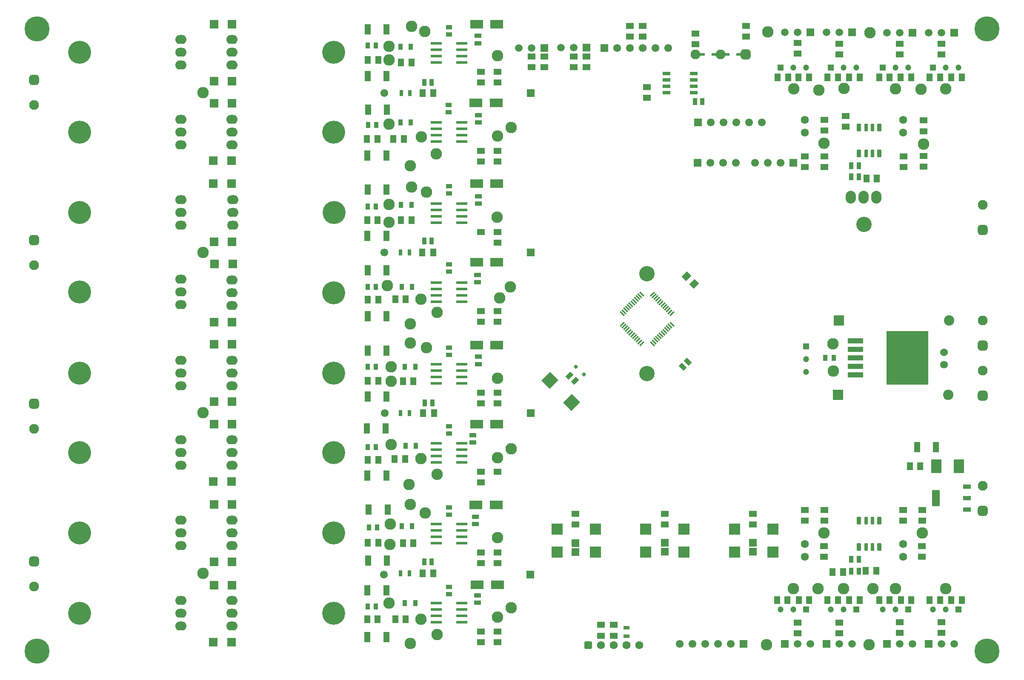
<source format=gbr>
%TF.GenerationSoftware,Altium Limited,Altium Designer,21.6.4 (81)*%
G04 Layer_Color=255*
%FSLAX43Y43*%
%MOMM*%
%TF.SameCoordinates,95A2699C-722C-4572-8EE5-7BEA9F810E30*%
%TF.FilePolarity,Positive*%
%TF.FileFunction,Pads,Bot*%
%TF.Part,Single*%
G01*
G75*
%TA.AperFunction,SMDPad,CuDef*%
%ADD10R,1.508X1.157*%
%TA.AperFunction,ComponentPad*%
%ADD23R,1.550X1.550*%
%ADD24C,1.550*%
%ADD25C,2.286*%
%ADD26O,2.286X1.778*%
%ADD27C,4.572*%
%ADD28C,3.048*%
%ADD30C,1.600*%
G04:AMPARAMS|DCode=31|XSize=1.6mm|YSize=1.6mm|CornerRadius=0.4mm|HoleSize=0mm|Usage=FLASHONLY|Rotation=0.000|XOffset=0mm|YOffset=0mm|HoleType=Round|Shape=RoundedRectangle|*
%AMROUNDEDRECTD31*
21,1,1.600,0.800,0,0,0.0*
21,1,0.800,1.600,0,0,0.0*
1,1,0.800,0.400,-0.400*
1,1,0.800,-0.400,-0.400*
1,1,0.800,-0.400,0.400*
1,1,0.800,0.400,0.400*
%
%ADD31ROUNDEDRECTD31*%
%ADD32R,2.286X2.286*%
%ADD33R,1.200X1.200*%
%ADD34C,1.200*%
G04:AMPARAMS|DCode=35|XSize=1.95mm|YSize=1.95mm|CornerRadius=0.488mm|HoleSize=0mm|Usage=FLASHONLY|Rotation=90.000|XOffset=0mm|YOffset=0mm|HoleType=Round|Shape=RoundedRectangle|*
%AMROUNDEDRECTD35*
21,1,1.950,0.975,0,0,90.0*
21,1,0.975,1.950,0,0,90.0*
1,1,0.975,0.488,0.488*
1,1,0.975,0.488,-0.488*
1,1,0.975,-0.488,-0.488*
1,1,0.975,-0.488,0.488*
%
%ADD35ROUNDEDRECTD35*%
%ADD36C,1.950*%
%ADD37R,2.057X2.057*%
%ADD38C,2.057*%
%ADD39C,1.500*%
%ADD40R,1.500X1.500*%
%ADD41C,1.524*%
G04:AMPARAMS|DCode=42|XSize=1.95mm|YSize=1.95mm|CornerRadius=0.488mm|HoleSize=0mm|Usage=FLASHONLY|Rotation=180.000|XOffset=0mm|YOffset=0mm|HoleType=Round|Shape=RoundedRectangle|*
%AMROUNDEDRECTD42*
21,1,1.950,0.975,0,0,180.0*
21,1,0.975,1.950,0,0,180.0*
1,1,0.975,-0.488,0.488*
1,1,0.975,0.488,0.488*
1,1,0.975,0.488,-0.488*
1,1,0.975,-0.488,-0.488*
%
%ADD42ROUNDEDRECTD42*%
%ADD43R,1.200X1.200*%
%TA.AperFunction,ViaPad*%
%ADD44C,5.000*%
%TA.AperFunction,SMDPad,CuDef*%
%ADD48R,1.525X0.650*%
%ADD49R,1.350X0.950*%
%ADD50R,2.270X0.558*%
%ADD51R,0.950X1.350*%
%ADD52P,0.849X4X360.0*%
%ADD53R,1.157X1.508*%
%ADD54R,1.508X1.207*%
G04:AMPARAMS|DCode=55|XSize=0.8mm|YSize=1.6mm|CornerRadius=0.2mm|HoleSize=0mm|Usage=FLASHONLY|Rotation=180.000|XOffset=0mm|YOffset=0mm|HoleType=Round|Shape=RoundedRectangle|*
%AMROUNDEDRECTD55*
21,1,0.800,1.200,0,0,180.0*
21,1,0.400,1.600,0,0,180.0*
1,1,0.400,-0.200,0.600*
1,1,0.400,0.200,0.600*
1,1,0.400,0.200,-0.600*
1,1,0.400,-0.200,-0.600*
%
%ADD55ROUNDEDRECTD55*%
G04:AMPARAMS|DCode=56|XSize=0.6mm|YSize=1.6mm|CornerRadius=0.15mm|HoleSize=0mm|Usage=FLASHONLY|Rotation=180.000|XOffset=0mm|YOffset=0mm|HoleType=Round|Shape=RoundedRectangle|*
%AMROUNDEDRECTD56*
21,1,0.600,1.300,0,0,180.0*
21,1,0.300,1.600,0,0,180.0*
1,1,0.300,-0.150,0.650*
1,1,0.300,0.150,0.650*
1,1,0.300,0.150,-0.650*
1,1,0.300,-0.150,-0.650*
%
%ADD56ROUNDEDRECTD56*%
%ADD57R,1.700X1.680*%
%ADD58R,1.250X2.000*%
%ADD59R,2.500X1.700*%
%ADD60R,1.262X0.958*%
%ADD61R,1.207X1.508*%
%ADD62R,0.900X1.200*%
%ADD63R,0.757X1.308*%
%ADD64R,0.808X1.262*%
%ADD65R,1.000X0.500*%
G04:AMPARAMS|DCode=66|XSize=1.207mm|YSize=1.508mm|CornerRadius=0mm|HoleSize=0mm|Usage=FLASHONLY|Rotation=315.000|XOffset=0mm|YOffset=0mm|HoleType=Round|Shape=Rectangle|*
%AMROTATEDRECTD66*
4,1,4,-0.960,-0.107,0.107,0.960,0.960,0.107,-0.107,-0.960,-0.960,-0.107,0.0*
%
%ADD66ROTATEDRECTD66*%

G04:AMPARAMS|DCode=67|XSize=1.194mm|YSize=0.305mm|CornerRadius=0mm|HoleSize=0mm|Usage=FLASHONLY|Rotation=225.000|XOffset=0mm|YOffset=0mm|HoleType=Round|Shape=Rectangle|*
%AMROTATEDRECTD67*
4,1,4,0.314,0.530,0.530,0.314,-0.314,-0.530,-0.530,-0.314,0.314,0.530,0.0*
%
%ADD67ROTATEDRECTD67*%

G04:AMPARAMS|DCode=68|XSize=1.194mm|YSize=0.305mm|CornerRadius=0mm|HoleSize=0mm|Usage=FLASHONLY|Rotation=315.000|XOffset=0mm|YOffset=0mm|HoleType=Round|Shape=Rectangle|*
%AMROTATEDRECTD68*
4,1,4,-0.530,0.314,-0.314,0.530,0.530,-0.314,0.314,-0.530,-0.530,0.314,0.0*
%
%ADD68ROTATEDRECTD68*%

G04:AMPARAMS|DCode=69|XSize=2.45mm|YSize=2.35mm|CornerRadius=0mm|HoleSize=0mm|Usage=FLASHONLY|Rotation=225.000|XOffset=0mm|YOffset=0mm|HoleType=Round|Shape=Rectangle|*
%AMROTATEDRECTD69*
4,1,4,0.035,1.697,1.697,0.035,-0.035,-1.697,-1.697,-0.035,0.035,1.697,0.0*
%
%ADD69ROTATEDRECTD69*%

G04:AMPARAMS|DCode=70|XSize=0.95mm|YSize=1.35mm|CornerRadius=0mm|HoleSize=0mm|Usage=FLASHONLY|Rotation=315.000|XOffset=0mm|YOffset=0mm|HoleType=Round|Shape=Rectangle|*
%AMROTATEDRECTD70*
4,1,4,-0.813,-0.141,0.141,0.813,0.813,0.141,-0.141,-0.813,-0.813,-0.141,0.0*
%
%ADD70ROTATEDRECTD70*%

G04:AMPARAMS|DCode=71|XSize=0.95mm|YSize=1.35mm|CornerRadius=0mm|HoleSize=0mm|Usage=FLASHONLY|Rotation=45.000|XOffset=0mm|YOffset=0mm|HoleType=Round|Shape=Rectangle|*
%AMROTATEDRECTD71*
4,1,4,0.141,-0.813,-0.813,0.141,-0.141,0.813,0.813,-0.141,0.141,-0.813,0.0*
%
%ADD71ROTATEDRECTD71*%

%ADD72R,1.556X1.505*%
%ADD73R,1.308X0.757*%
G04:AMPARAMS|DCode=74|XSize=3.15mm|YSize=1.45mm|CornerRadius=0.051mm|HoleSize=0mm|Usage=FLASHONLY|Rotation=90.000|XOffset=0mm|YOffset=0mm|HoleType=Round|Shape=RoundedRectangle|*
%AMROUNDEDRECTD74*
21,1,3.150,1.349,0,0,90.0*
21,1,3.049,1.450,0,0,90.0*
1,1,0.102,0.674,1.524*
1,1,0.102,0.674,-1.524*
1,1,0.102,-0.674,-1.524*
1,1,0.102,-0.674,1.524*
%
%ADD74ROUNDEDRECTD74*%
G04:AMPARAMS|DCode=75|XSize=0.9mm|YSize=1.45mm|CornerRadius=0.05mm|HoleSize=0mm|Usage=FLASHONLY|Rotation=90.000|XOffset=0mm|YOffset=0mm|HoleType=Round|Shape=RoundedRectangle|*
%AMROUNDEDRECTD75*
21,1,0.900,1.351,0,0,90.0*
21,1,0.801,1.450,0,0,90.0*
1,1,0.099,0.676,0.401*
1,1,0.099,0.676,-0.401*
1,1,0.099,-0.676,-0.401*
1,1,0.099,-0.676,0.401*
%
%ADD75ROUNDEDRECTD75*%
%ADD76R,2.000X2.800*%
%ADD77R,0.807X1.308*%
%ADD78R,3.050X1.016*%
%ADD79R,8.380X10.660*%
%TA.AperFunction,ComponentPad*%
%ADD83O,2.032X2.540*%
D10*
X-18161Y109120D02*
D03*
Y111272D02*
D03*
X-79756Y10748D02*
D03*
Y8596D02*
D03*
X-82296Y10748D02*
D03*
Y8596D02*
D03*
D23*
X-96266Y116723D02*
D03*
Y84923D02*
D03*
X-96393Y20788D02*
D03*
X-53975Y6945D02*
D03*
X-62992Y110877D02*
D03*
X-63119Y102830D02*
D03*
X-44069D02*
D03*
X-81661Y125690D02*
D03*
X-96239Y52919D02*
D03*
D24*
X-125376Y116723D02*
D03*
Y84923D02*
D03*
X-125503Y20788D02*
D03*
X-66675Y6945D02*
D03*
X-64135D02*
D03*
X-61595D02*
D03*
X-59055D02*
D03*
X-56515D02*
D03*
X-60452Y110877D02*
D03*
X-57912D02*
D03*
X-55372D02*
D03*
X-52832D02*
D03*
X-50292Y110877D02*
D03*
X-55499Y102830D02*
D03*
X-58039D02*
D03*
X-60579D02*
D03*
X-51689D02*
D03*
X-49149D02*
D03*
X-46609D02*
D03*
X-79121Y125690D02*
D03*
X-76581D02*
D03*
X-74041D02*
D03*
X-71501D02*
D03*
X-68961D02*
D03*
X-125349Y52919D02*
D03*
D25*
X-124460Y15073D02*
D03*
X-118000Y108000D02*
D03*
X-118110Y43902D02*
D03*
X-102923Y91956D02*
D03*
X-114935Y8850D02*
D03*
X-100203Y109815D02*
D03*
X-102870Y108164D02*
D03*
X-43942Y117562D02*
D03*
X-38989Y117308D02*
D03*
X-33953Y117606D02*
D03*
X-23749Y117562D02*
D03*
X-18669Y117435D02*
D03*
X-13716Y117562D02*
D03*
X-49403Y6818D02*
D03*
X-28956D02*
D03*
X-37973Y29043D02*
D03*
X-34036Y17994D02*
D03*
X-39116D02*
D03*
X-44069D02*
D03*
X-28194D02*
D03*
X-23749D02*
D03*
X-13716D02*
D03*
X-18415Y29043D02*
D03*
X-36068Y61301D02*
D03*
X-36195Y66762D02*
D03*
X-18161Y106513D02*
D03*
X-37910Y106675D02*
D03*
X-49149Y128865D02*
D03*
X-28829Y128738D02*
D03*
X-124460Y123277D02*
D03*
X-120000Y130000D02*
D03*
X-117348Y128992D02*
D03*
X-102870Y124166D02*
D03*
X-124500Y110500D02*
D03*
X-115062Y104608D02*
D03*
X-120269Y102195D02*
D03*
X-120000Y98000D02*
D03*
X-117000Y97000D02*
D03*
X-124460Y94500D02*
D03*
X-124500Y91000D02*
D03*
X-102489Y75906D02*
D03*
X-100330Y78065D02*
D03*
X-124841Y78319D02*
D03*
X-118110Y75652D02*
D03*
X-114935Y72985D02*
D03*
X-120269Y70699D02*
D03*
Y66889D02*
D03*
X-116997Y65965D02*
D03*
X-124079Y62190D02*
D03*
Y59269D02*
D03*
Y46696D02*
D03*
X-114935Y40727D02*
D03*
X-120523Y38695D02*
D03*
X-120269Y34758D02*
D03*
X-117300Y33025D02*
D03*
X-124206Y30821D02*
D03*
X-124333Y26757D02*
D03*
X-100203Y45807D02*
D03*
X-102870Y44029D02*
D03*
Y28154D02*
D03*
Y12279D02*
D03*
X-100203Y14184D02*
D03*
X-120269Y7072D02*
D03*
X-118110Y11898D02*
D03*
X-124460Y126000D02*
D03*
X-161500Y21000D02*
D03*
Y84923D02*
D03*
X-102870Y59904D02*
D03*
X-161500Y53000D02*
D03*
Y116800D02*
D03*
D26*
X-155702Y42505D02*
D03*
Y45045D02*
D03*
Y47585D02*
D03*
Y31583D02*
D03*
Y29043D02*
D03*
Y26503D02*
D03*
Y15581D02*
D03*
Y13041D02*
D03*
Y10501D02*
D03*
Y63460D02*
D03*
Y60920D02*
D03*
Y58380D02*
D03*
Y79462D02*
D03*
Y76922D02*
D03*
Y74382D02*
D03*
X-155575Y95464D02*
D03*
Y92924D02*
D03*
Y90384D02*
D03*
X-155702Y111466D02*
D03*
Y108926D02*
D03*
Y106386D02*
D03*
X-165862Y10501D02*
D03*
Y13041D02*
D03*
Y15581D02*
D03*
Y26503D02*
D03*
Y29043D02*
D03*
Y31583D02*
D03*
Y42505D02*
D03*
Y45045D02*
D03*
Y47585D02*
D03*
Y58380D02*
D03*
Y60920D02*
D03*
Y63460D02*
D03*
Y74509D02*
D03*
Y77049D02*
D03*
Y79589D02*
D03*
Y90384D02*
D03*
Y92924D02*
D03*
Y95464D02*
D03*
Y106386D02*
D03*
Y108926D02*
D03*
Y111466D02*
D03*
X-155702Y127341D02*
D03*
Y124801D02*
D03*
Y122261D02*
D03*
X-165862D02*
D03*
Y124801D02*
D03*
Y127341D02*
D03*
D27*
X-135509Y45045D02*
D03*
Y29043D02*
D03*
Y13041D02*
D03*
Y60920D02*
D03*
Y76922D02*
D03*
X-135382Y92924D02*
D03*
X-135509Y108926D02*
D03*
X-186055Y13041D02*
D03*
Y29043D02*
D03*
Y45045D02*
D03*
Y60920D02*
D03*
Y77049D02*
D03*
Y92924D02*
D03*
Y108926D02*
D03*
X-135509Y124801D02*
D03*
X-186055D02*
D03*
D28*
X-29972Y90511D02*
D03*
X-73152Y80732D02*
D03*
Y60793D02*
D03*
D30*
X-79756Y6691D02*
D03*
X-82296D02*
D03*
X-77216D02*
D03*
X-74676D02*
D03*
X-22225Y24344D02*
D03*
Y26884D02*
D03*
X-41783Y24344D02*
D03*
Y26884D02*
D03*
Y111334D02*
D03*
Y108794D02*
D03*
X-22225Y108799D02*
D03*
Y111339D02*
D03*
D31*
X-84836Y6691D02*
D03*
D32*
X-91059Y25233D02*
D03*
Y29805D02*
D03*
X-83439D02*
D03*
Y25233D02*
D03*
X-55753D02*
D03*
Y29805D02*
D03*
X-48133D02*
D03*
Y25233D02*
D03*
X-73406D02*
D03*
Y29805D02*
D03*
X-65786D02*
D03*
Y25233D02*
D03*
D33*
X-16256Y121753D02*
D03*
X-26289Y121748D02*
D03*
X-36576Y121753D02*
D03*
X-46609D02*
D03*
X-21209Y13803D02*
D03*
X-11176D02*
D03*
X-31496D02*
D03*
X-41529D02*
D03*
D34*
X-13716Y121753D02*
D03*
X-11176D02*
D03*
X-23749Y121748D02*
D03*
X-21209D02*
D03*
X-34036Y121753D02*
D03*
X-31496D02*
D03*
X-44069D02*
D03*
X-41529D02*
D03*
X-26289Y13803D02*
D03*
X-23749D02*
D03*
X-16256D02*
D03*
X-13716D02*
D03*
X-36576D02*
D03*
X-34036D02*
D03*
X-46609D02*
D03*
X-44069D02*
D03*
X-41534Y63714D02*
D03*
Y61174D02*
D03*
D35*
X-6350Y66432D02*
D03*
Y56428D02*
D03*
Y33441D02*
D03*
Y89448D02*
D03*
X-195064Y119300D02*
D03*
X-195072Y87383D02*
D03*
X-195064Y54784D02*
D03*
Y23415D02*
D03*
D36*
X-6350Y71432D02*
D03*
Y61428D02*
D03*
Y38441D02*
D03*
Y94448D02*
D03*
X-63500Y124420D02*
D03*
X-58500D02*
D03*
X-195064Y114300D02*
D03*
X-195072Y82383D02*
D03*
X-195064Y49784D02*
D03*
Y18415D02*
D03*
D37*
X-34975Y71432D02*
D03*
X-35103Y56602D02*
D03*
D38*
X-13080Y71432D02*
D03*
X-13208Y56602D02*
D03*
D39*
X-12065Y6945D02*
D03*
X-14605D02*
D03*
X-20320D02*
D03*
X-22860D02*
D03*
X-40640D02*
D03*
X-43180D02*
D03*
X-32385D02*
D03*
X-34925D02*
D03*
X-14605Y128738D02*
D03*
X-17145D02*
D03*
X-22860D02*
D03*
X-25400D02*
D03*
X-34925Y128784D02*
D03*
X-37465D02*
D03*
X-43180D02*
D03*
X-45720D02*
D03*
X-90297Y125736D02*
D03*
X-87757D02*
D03*
X-98679Y125690D02*
D03*
X-96139D02*
D03*
D40*
X-17145Y6945D02*
D03*
X-25400D02*
D03*
X-45720D02*
D03*
X-37465D02*
D03*
X-12065Y128738D02*
D03*
X-20320D02*
D03*
X-32385Y128784D02*
D03*
X-40640D02*
D03*
X-85217Y125736D02*
D03*
X-93599Y125690D02*
D03*
D41*
X-14097Y65071D02*
D03*
Y62571D02*
D03*
D42*
X-53500Y124420D02*
D03*
D43*
X-41534Y66254D02*
D03*
D44*
X-5500Y129500D02*
D03*
X-194500D02*
D03*
X-5500Y5500D02*
D03*
X-194500D02*
D03*
D48*
X-63836Y116800D02*
D03*
Y118070D02*
D03*
Y119340D02*
D03*
Y120610D02*
D03*
X-69260D02*
D03*
Y119340D02*
D03*
Y118070D02*
D03*
Y116800D02*
D03*
D49*
X-107267Y32324D02*
D03*
Y30824D02*
D03*
X-106682Y62672D02*
D03*
Y64172D02*
D03*
X-106888Y78988D02*
D03*
Y80488D02*
D03*
X-106644Y94646D02*
D03*
Y96146D02*
D03*
X-106694Y110837D02*
D03*
Y112337D02*
D03*
X-106753Y126589D02*
D03*
Y128089D02*
D03*
X-106829Y15164D02*
D03*
Y16664D02*
D03*
X-107793Y47081D02*
D03*
Y48581D02*
D03*
D50*
X-110008Y78954D02*
D03*
Y77684D02*
D03*
Y76414D02*
D03*
Y75144D02*
D03*
X-115036D02*
D03*
Y76414D02*
D03*
Y77684D02*
D03*
Y78954D02*
D03*
Y30821D02*
D03*
Y29551D02*
D03*
Y28281D02*
D03*
Y27011D02*
D03*
X-110008D02*
D03*
Y28281D02*
D03*
Y29551D02*
D03*
Y30821D02*
D03*
X-115036Y15073D02*
D03*
Y13803D02*
D03*
Y12533D02*
D03*
Y11263D02*
D03*
X-110008D02*
D03*
Y12533D02*
D03*
Y13803D02*
D03*
Y15073D02*
D03*
X-115036Y126579D02*
D03*
Y125309D02*
D03*
Y124039D02*
D03*
Y122769D02*
D03*
X-110008D02*
D03*
Y124039D02*
D03*
Y125309D02*
D03*
Y126579D02*
D03*
X-115036Y110831D02*
D03*
Y109561D02*
D03*
Y108291D02*
D03*
Y107021D02*
D03*
X-110008D02*
D03*
Y108291D02*
D03*
Y109561D02*
D03*
Y110831D02*
D03*
X-115036Y94702D02*
D03*
Y93432D02*
D03*
Y92162D02*
D03*
Y90892D02*
D03*
X-110008D02*
D03*
Y92162D02*
D03*
Y93432D02*
D03*
Y94702D02*
D03*
X-115036Y62698D02*
D03*
Y61428D02*
D03*
Y60158D02*
D03*
Y58888D02*
D03*
X-110008D02*
D03*
Y60158D02*
D03*
Y61428D02*
D03*
Y62698D02*
D03*
X-115036Y46950D02*
D03*
Y45680D02*
D03*
Y44410D02*
D03*
Y43140D02*
D03*
X-110008D02*
D03*
Y44410D02*
D03*
Y45680D02*
D03*
Y46950D02*
D03*
D51*
X-117463Y118832D02*
D03*
X-115963D02*
D03*
X-117463Y23328D02*
D03*
X-115963D02*
D03*
X-31000Y102195D02*
D03*
X-32500D02*
D03*
X-31000Y100036D02*
D03*
X-32500D02*
D03*
X-31000Y23836D02*
D03*
X-32500D02*
D03*
X-31000Y21423D02*
D03*
X-32500D02*
D03*
X-63615Y115022D02*
D03*
X-62115D02*
D03*
X-117336Y54951D02*
D03*
X-115836D02*
D03*
X-117463Y87209D02*
D03*
X-115963D02*
D03*
D52*
X-87265Y62206D02*
D03*
X-85709Y60650D02*
D03*
D53*
X-117789Y116673D02*
D03*
X-115637D02*
D03*
Y21042D02*
D03*
X-117789D02*
D03*
X-115697Y84923D02*
D03*
X-117849D02*
D03*
X-115510Y52919D02*
D03*
X-117662D02*
D03*
D54*
X-73152Y115749D02*
D03*
Y117851D02*
D03*
X-106172Y120899D02*
D03*
Y118797D02*
D03*
X-102870Y120899D02*
D03*
Y118797D02*
D03*
X-106172Y41270D02*
D03*
Y39168D02*
D03*
X-102870Y41270D02*
D03*
X-106172Y25141D02*
D03*
Y23039D02*
D03*
X-102870Y25141D02*
D03*
Y23039D02*
D03*
X-106172Y9393D02*
D03*
Y7291D02*
D03*
X-102870Y9393D02*
D03*
Y7291D02*
D03*
X-74041Y130043D02*
D03*
Y127941D02*
D03*
X-63500Y128519D02*
D03*
Y126417D02*
D03*
X-53467Y127941D02*
D03*
Y130043D02*
D03*
X-69596Y32888D02*
D03*
Y30786D02*
D03*
X-37973Y26411D02*
D03*
Y24309D02*
D03*
X-41783Y33650D02*
D03*
Y31548D02*
D03*
X-37846Y33650D02*
D03*
Y31548D02*
D03*
X-22225Y33650D02*
D03*
Y31548D02*
D03*
X-41783Y101998D02*
D03*
Y104100D02*
D03*
X-33655Y110034D02*
D03*
Y112136D02*
D03*
X-22098Y101998D02*
D03*
Y104100D02*
D03*
X-18161Y102033D02*
D03*
Y104135D02*
D03*
X-96139Y121880D02*
D03*
Y123982D02*
D03*
X-93599Y121880D02*
D03*
Y123982D02*
D03*
X-87757Y121880D02*
D03*
Y123982D02*
D03*
X-85217Y121880D02*
D03*
Y123982D02*
D03*
X-76581Y127941D02*
D03*
Y130043D02*
D03*
X-87376Y30751D02*
D03*
Y32853D02*
D03*
X-52070Y30786D02*
D03*
Y32888D02*
D03*
X-37846Y104078D02*
D03*
Y101976D02*
D03*
Y111374D02*
D03*
Y109272D02*
D03*
X-18432Y24327D02*
D03*
Y26428D02*
D03*
X-18415Y31548D02*
D03*
Y33650D02*
D03*
X-14605Y124385D02*
D03*
Y126487D02*
D03*
X-22860Y124385D02*
D03*
Y126487D02*
D03*
X-43180Y124547D02*
D03*
Y126649D02*
D03*
X-34925Y124385D02*
D03*
Y126487D02*
D03*
X-14605Y9196D02*
D03*
Y11298D02*
D03*
X-22860Y9161D02*
D03*
Y11263D02*
D03*
X-43180Y9069D02*
D03*
Y11171D02*
D03*
X-34925Y9069D02*
D03*
Y11171D02*
D03*
X-102870Y103049D02*
D03*
Y105151D02*
D03*
X-106172Y103049D02*
D03*
Y105151D02*
D03*
X-102870Y86920D02*
D03*
Y89022D02*
D03*
X-106172D02*
D03*
X-102870Y71172D02*
D03*
Y73274D02*
D03*
X-106172Y71172D02*
D03*
Y73274D02*
D03*
X-102870Y54916D02*
D03*
Y57018D02*
D03*
X-106172Y54916D02*
D03*
Y57018D02*
D03*
D55*
X-30981Y109875D02*
D03*
X-26931D02*
D03*
X-30981Y104675D02*
D03*
X-26931D02*
D03*
Y26316D02*
D03*
X-30981D02*
D03*
X-26931Y31516D02*
D03*
X-30981D02*
D03*
D56*
X-29591Y109875D02*
D03*
X-28321D02*
D03*
X-29591Y104675D02*
D03*
X-28321D02*
D03*
Y26316D02*
D03*
X-29591D02*
D03*
X-28321Y31516D02*
D03*
X-29591D02*
D03*
D57*
X-155829Y7326D02*
D03*
X-159409D02*
D03*
X-155702Y18629D02*
D03*
X-159282D02*
D03*
X-155702Y23328D02*
D03*
X-159282D02*
D03*
X-155829Y39330D02*
D03*
X-159409D02*
D03*
X-155702Y50760D02*
D03*
X-159282D02*
D03*
X-155702Y55205D02*
D03*
X-159282D02*
D03*
X-155702Y66635D02*
D03*
X-159282D02*
D03*
X-155690Y71080D02*
D03*
X-159270D02*
D03*
X-155563Y82637D02*
D03*
X-159143D02*
D03*
X-155690Y87082D02*
D03*
X-159270D02*
D03*
X-155817Y98639D02*
D03*
X-159397D02*
D03*
X-155829Y103211D02*
D03*
X-159409D02*
D03*
X-155690Y114641D02*
D03*
X-159270D02*
D03*
X-155690Y119086D02*
D03*
X-159270D02*
D03*
X-155690Y130389D02*
D03*
X-159270D02*
D03*
X-155690Y34758D02*
D03*
X-159270D02*
D03*
D58*
X-128748Y40473D02*
D03*
X-124998D02*
D03*
X-128875Y49871D02*
D03*
X-125125D02*
D03*
X-128651Y113371D02*
D03*
X-124901D02*
D03*
X-128718Y129373D02*
D03*
X-124968D02*
D03*
X-128748Y104227D02*
D03*
X-124998D02*
D03*
X-128718Y97496D02*
D03*
X-124968D02*
D03*
X-128748Y88225D02*
D03*
X-124998D02*
D03*
X-128718Y72223D02*
D03*
X-124968D02*
D03*
X-128718Y81367D02*
D03*
X-124968D02*
D03*
X-128718Y56221D02*
D03*
X-124968D02*
D03*
X-128718Y65365D02*
D03*
X-124968D02*
D03*
X-128621Y23582D02*
D03*
X-124871D02*
D03*
X-128748Y17613D02*
D03*
X-124998D02*
D03*
X-15651Y46188D02*
D03*
X-19401D02*
D03*
X-124744Y33742D02*
D03*
X-128494D02*
D03*
X-124998Y8342D02*
D03*
X-128748D02*
D03*
X-124968Y120102D02*
D03*
X-128718D02*
D03*
D59*
X-102902Y18756D02*
D03*
X-106902D02*
D03*
X-103156Y34631D02*
D03*
X-107156D02*
D03*
X-103029Y50760D02*
D03*
X-107029D02*
D03*
X-103029Y66508D02*
D03*
X-107029D02*
D03*
X-103029Y83018D02*
D03*
X-107029D02*
D03*
X-103029Y98639D02*
D03*
X-107029D02*
D03*
X-103156Y114768D02*
D03*
X-107156D02*
D03*
X-103029Y130389D02*
D03*
X-107029D02*
D03*
D60*
X-112522Y128392D02*
D03*
Y129846D02*
D03*
X-112649Y112863D02*
D03*
Y114317D02*
D03*
X-112522Y96734D02*
D03*
Y98188D02*
D03*
Y81113D02*
D03*
Y82567D02*
D03*
Y64511D02*
D03*
Y65965D02*
D03*
Y48890D02*
D03*
Y50344D02*
D03*
Y16886D02*
D03*
Y18340D02*
D03*
Y34180D02*
D03*
Y32726D02*
D03*
D61*
X-121123Y11898D02*
D03*
X-123225D02*
D03*
X-119599Y27011D02*
D03*
X-121701D02*
D03*
X-119599Y59269D02*
D03*
X-121701D02*
D03*
X-121123Y75652D02*
D03*
X-123225D02*
D03*
X-119980Y91400D02*
D03*
X-122082D02*
D03*
X-119980Y122769D02*
D03*
X-122082D02*
D03*
X-126584Y123277D02*
D03*
X-128686D02*
D03*
X-121250Y43775D02*
D03*
X-123352D02*
D03*
X-45177Y15708D02*
D03*
X-47279D02*
D03*
X-40859D02*
D03*
X-42961D02*
D03*
X-30826D02*
D03*
X-32928D02*
D03*
X-24857D02*
D03*
X-26959D02*
D03*
X-20539D02*
D03*
X-22641D02*
D03*
X-10506D02*
D03*
X-12608D02*
D03*
X-29626Y21550D02*
D03*
X-27524D02*
D03*
X-36230Y21296D02*
D03*
X-34128D02*
D03*
X-29499Y99655D02*
D03*
X-27397D02*
D03*
X-12608Y119848D02*
D03*
X-10506D02*
D03*
X-16926D02*
D03*
X-14824D02*
D03*
X-20574D02*
D03*
X-22676D02*
D03*
X-26959D02*
D03*
X-24857D02*
D03*
X-32963D02*
D03*
X-30861D02*
D03*
X-37246D02*
D03*
X-35144D02*
D03*
X-40894D02*
D03*
X-42996D02*
D03*
X-47152D02*
D03*
X-45050D02*
D03*
X-35144Y15708D02*
D03*
X-37246D02*
D03*
X-14824D02*
D03*
X-16926D02*
D03*
X-20863Y42378D02*
D03*
X-18761D02*
D03*
X-123606Y107529D02*
D03*
X-121504D02*
D03*
X-128686Y27138D02*
D03*
X-126584D02*
D03*
X-128848Y107529D02*
D03*
X-126746D02*
D03*
X-128813Y11898D02*
D03*
X-126711D02*
D03*
X-128721Y43648D02*
D03*
X-126619D02*
D03*
X-128721Y59396D02*
D03*
X-126619D02*
D03*
X-128813Y91400D02*
D03*
X-126711D02*
D03*
X-128721Y75525D02*
D03*
X-126619D02*
D03*
D62*
X-121319Y15073D02*
D03*
X-119219D02*
D03*
X-121954Y30440D02*
D03*
X-119854D02*
D03*
X-121192Y46442D02*
D03*
X-119092D02*
D03*
X-121319Y62190D02*
D03*
X-119219D02*
D03*
X-121954Y78065D02*
D03*
X-119854D02*
D03*
X-122115Y94448D02*
D03*
X-120015D02*
D03*
X-122208Y110831D02*
D03*
X-120108D02*
D03*
Y125944D02*
D03*
X-122208D02*
D03*
D63*
X-122161Y21042D02*
D03*
X-120409D02*
D03*
X-122161Y52919D02*
D03*
X-120409D02*
D03*
X-122161Y84923D02*
D03*
X-120409D02*
D03*
X-122034Y116673D02*
D03*
X-120282D02*
D03*
D64*
X-128691Y126198D02*
D03*
X-127087D02*
D03*
X-128604Y110323D02*
D03*
X-127000D02*
D03*
X-128691Y94067D02*
D03*
X-127087D02*
D03*
X-128731Y78065D02*
D03*
X-127127D02*
D03*
X-128731Y62190D02*
D03*
X-127127D02*
D03*
X-128691Y14438D02*
D03*
X-127087D02*
D03*
X-126833Y30186D02*
D03*
X-128437D02*
D03*
X-127127Y46188D02*
D03*
X-128731D02*
D03*
D65*
X-59760Y124420D02*
D03*
X-62160D02*
D03*
X-57264D02*
D03*
X-54864D02*
D03*
D66*
X-63773Y78719D02*
D03*
X-65259Y80205D02*
D03*
D67*
X-68202Y72776D02*
D03*
X-68556Y73129D02*
D03*
X-68909Y73483D02*
D03*
X-69263Y73836D02*
D03*
X-69616Y74190D02*
D03*
X-69970Y74543D02*
D03*
X-70324Y74897D02*
D03*
X-70677Y75251D02*
D03*
X-71031Y75604D02*
D03*
X-71384Y75958D02*
D03*
X-71738Y76311D02*
D03*
X-72091Y76665D02*
D03*
X-78102Y70654D02*
D03*
X-77748Y70301D02*
D03*
X-77395Y69947D02*
D03*
X-77041Y69594D02*
D03*
X-76688Y69240D02*
D03*
X-76334Y68887D02*
D03*
X-75980Y68533D02*
D03*
X-75627Y68179D02*
D03*
X-75273Y67826D02*
D03*
X-74920Y67472D02*
D03*
X-74566Y67119D02*
D03*
X-74213Y66765D02*
D03*
D68*
Y76665D02*
D03*
X-74566Y76311D02*
D03*
X-74920Y75958D02*
D03*
X-75273Y75604D02*
D03*
X-75627Y75251D02*
D03*
X-75980Y74897D02*
D03*
X-76334Y74543D02*
D03*
X-76688Y74190D02*
D03*
X-77041Y73836D02*
D03*
X-77395Y73483D02*
D03*
X-77748Y73129D02*
D03*
X-78102Y72776D02*
D03*
X-72091Y66765D02*
D03*
X-71738Y67119D02*
D03*
X-71384Y67472D02*
D03*
X-71031Y67826D02*
D03*
X-70677Y68179D02*
D03*
X-70324Y68533D02*
D03*
X-69970Y68887D02*
D03*
X-69616Y69240D02*
D03*
X-69263Y69594D02*
D03*
X-68909Y69947D02*
D03*
X-68556Y70301D02*
D03*
X-68202Y70654D02*
D03*
D69*
X-88105Y55045D02*
D03*
X-92489Y59429D02*
D03*
D70*
X-88541Y60434D02*
D03*
X-87481Y59374D02*
D03*
D71*
X-65002Y63228D02*
D03*
X-66062Y62168D02*
D03*
D72*
X-52070Y27150D02*
D03*
Y25348D02*
D03*
X-87376Y27023D02*
D03*
Y25221D02*
D03*
X-69596Y27150D02*
D03*
Y25348D02*
D03*
D73*
X-77216Y8469D02*
D03*
Y10221D02*
D03*
D74*
X-15648Y36028D02*
D03*
D75*
X-9498Y33728D02*
D03*
Y36028D02*
D03*
Y38328D02*
D03*
D76*
X-15585Y42378D02*
D03*
X-11085D02*
D03*
D77*
X-37719Y63968D02*
D03*
X-36017D02*
D03*
D78*
X-31641Y67372D02*
D03*
Y65670D02*
D03*
Y63968D02*
D03*
Y62266D02*
D03*
Y60564D02*
D03*
D79*
X-21336Y63968D02*
D03*
D83*
X-32639Y95972D02*
D03*
X-30099D02*
D03*
X-27559D02*
D03*
%TF.MD5,35c9deb165b6d303bad8ad8140727d0a*%
M02*

</source>
